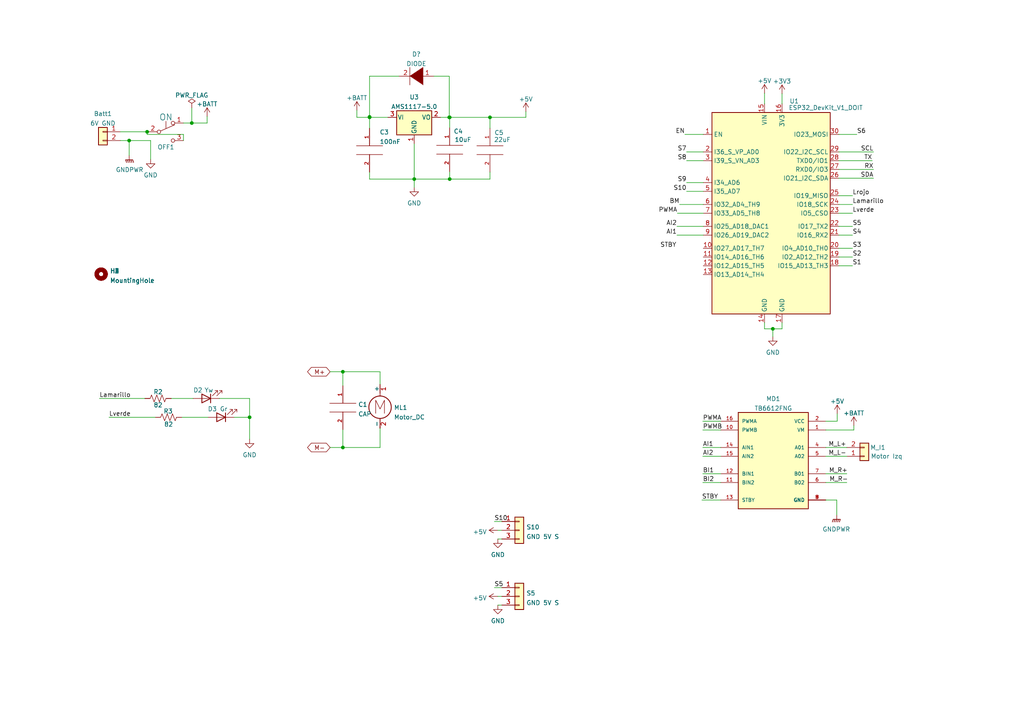
<source format=kicad_sch>
(kicad_sch (version 20211123) (generator eeschema)
  (paper "A4")
  (title_block (title "Karakuri Through Hole") (date "2022-01-17") (rev "1") (company "Artil Robotics") (comment 1 "Marcelo Ortiz") (comment 2 "ESP32"))
  (lib_symbols
    (symbol "Connector_Generic:Conn_01x02" (pin_names (offset 1.016) hide)
      (property "Reference" "J" (at 0 2.54 0))
      (property "Value" "Conn_01x02" (at 0 -5.08 0))
      (symbol "Conn_01x02_1_1"
        (rectangle (start -1.27 -2.413) (end 0 -2.667) (stroke (width 0.1524)))
        (rectangle (start -1.27 0.127) (end 0 -0.127) (stroke (width 0.1524)))
        (rectangle (start -1.27 1.27) (end 1.27 -3.81) (stroke (width 0.254)) (fill (type background)))
        (pin passive line (at -5.08 0 0) (length 3.81) (name "Pin_1") (number "1"))
        (pin passive line (at -5.08 -2.54 0) (length 3.81) (name "Pin_2") (number "2"))
      )
    )
    (symbol "Connector_Generic:Conn_01x03" (pin_names (offset 1.016) hide)
      (property "Reference" "J" (at 0 5.08 0))
      (property "Value" "Conn_01x03" (at 0 -5.08 0))
      (symbol "Conn_01x03_1_1"
        (rectangle (start -1.27 -2.413) (end 0 -2.667) (stroke (width 0.1524)))
        (rectangle (start -1.27 0.127) (end 0 -0.127) (stroke (width 0.1524)))
        (rectangle (start -1.27 2.667) (end 0 2.413) (stroke (width 0.1524)))
        (rectangle (start -1.27 3.81) (end 1.27 -3.81) (stroke (width 0.254)) (fill (type background)))
        (pin passive line (at -5.08 2.54 0) (length 3.81) (name "Pin_1") (number "1"))
        (pin passive line (at -5.08 0 0) (length 3.81) (name "Pin_2") (number "2"))
        (pin passive line (at -5.08 -2.54 0) (length 3.81) (name "Pin_3") (number "3"))
      )
    )
    (symbol "Device:LED" (pin_numbers hide) (pin_names (offset 1.016) hide)
      (property "Reference" "D" (at 0 2.54 0))
      (property "Value" "LED" (at 0 -2.54 0))
      (symbol "LED_0_1"
        (polyline (pts (xy -1.27 -1.27) (xy -1.27 1.27)) (stroke (width 0.254)))
        (polyline (pts (xy -1.27 0) (xy 1.27 0)))
        (polyline (pts (xy 1.27 -1.27) (xy 1.27 1.27) (xy -1.27 0) (xy 1.27 -1.27)) (stroke (width 0.254)))
        (polyline (pts (xy -3.048 -0.762) (xy -4.572 -2.286) (xy -3.81 -2.286) (xy -4.572 -2.286) (xy -4.572 -1.524)))
        (polyline (pts (xy -1.778 -0.762) (xy -3.302 -2.286) (xy -2.54 -2.286) (xy -3.302 -2.286) (xy -3.302 -1.524)))
      )
      (symbol "LED_1_1"
        (pin passive line (at -3.81 0 0) (length 2.54) (name "K") (number "1"))
        (pin passive line (at 3.81 0 180) (length 2.54) (name "A") (number "2"))
      )
    )
    (symbol "Device:R_US" (pin_numbers hide) (pin_names (offset 0))
      (property "Reference" "R" (at 2.54 0 90))
      (property "Value" "R_US" (at -2.54 0 90))
      (symbol "R_US_0_1"
        (polyline (pts (xy 0 -2.286) (xy 0 -2.54)))
        (polyline (pts (xy 0 2.286) (xy 0 2.54)))
        (polyline (pts (xy 0 -0.762) (xy 1.016 -1.143) (xy 0 -1.524) (xy -1.016 -1.905) (xy 0 -2.286)))
        (polyline (pts (xy 0 0.762) (xy 1.016 0.381) (xy 0 0) (xy -1.016 -0.381) (xy 0 -0.762)))
        (polyline (pts (xy 0 2.286) (xy 1.016 1.905) (xy 0 1.524) (xy -1.016 1.143) (xy 0 0.762)))
      )
      (symbol "R_US_1_1"
        (pin passive line (at 0 3.81 270) (length 1.27) (name "~") (number "1"))
        (pin passive line (at 0 -3.81 90) (length 1.27) (name "~") (number "2"))
      )
    )
    (symbol "Mechanical:MountingHole" (pin_names (offset 1.016))
      (property "Reference" "H" (at 0 5.08 0))
      (property "Value" "MountingHole" (at 0 3.175 0))
      (symbol "MountingHole_0_1"
        (circle (center 0 0) (radius 1.27) (stroke (width 1.27)))
      )
    )
    (symbol "Motor:Motor_DC" (pin_names (offset 0))
      (property "Reference" "M" (at 2.54 2.54 0))
      (property "Value" "Motor_DC" (at 2.54 -5.08 0))
      (symbol "Motor_DC_0_0"
        (polyline (pts (xy -1.27 -3.302) (xy -1.27 0.508) (xy 0 -2.032) (xy 1.27 0.508) (xy 1.27 -3.302)))
      )
      (symbol "Motor_DC_0_1"
        (circle (center 0 -1.524) (radius 3.2512) (stroke (width 0.254)))
        (polyline (pts (xy 0 -7.62) (xy 0 -7.112)))
        (polyline (pts (xy 0 -4.7752) (xy 0 -5.1816)))
        (polyline (pts (xy 0 1.7272) (xy 0 2.0828)))
        (polyline (pts (xy 0 2.032) (xy 0 2.54)))
      )
      (symbol "Motor_DC_1_1"
        (pin passive line (at 0 5.08 270) (length 2.54) (name "+") (number "1"))
        (pin passive line (at 0 -7.62 90) (length 2.54) (name "-") (number "2"))
      )
    )
    (symbol "Regulator_Linear:AMS1117-5.0" (pin_names (offset 0.254))
      (property "Reference" "U" (at -3.81 3.175 0))
      (property "Value" "AMS1117-5.0" (at 0 3.175 0))
      (symbol "AMS1117-5.0_0_1"
        (rectangle (start -5.08 -5.08) (end 5.08 1.905) (stroke (width 0.254)) (fill (type background)))
      )
      (symbol "AMS1117-5.0_1_1"
        (pin power_in line (at 0 -7.62 90) (length 2.54) (name "GND") (number "1"))
        (pin power_out line (at 7.62 0 180) (length 2.54) (name "VO") (number "2"))
        (pin power_in line (at -7.62 0 0) (length 2.54) (name "VI") (number "3"))
      )
    )
    (symbol "Switch:SW_Push_SPDT" (pin_names (offset 0) hide)
      (property "Reference" "SW" (at 0 4.318 0))
      (property "Value" "SW_Push_SPDT" (at 0 -5.08 0))
      (symbol "SW_Push_SPDT_0_0"
        (circle (center -2.032 0) (radius 0.508))
        (polyline (pts (xy 0 1.016) (xy 0 3.048)))
        (circle (center 2.032 -2.54) (radius 0.508))
      )
      (symbol "SW_Push_SPDT_0_1"
        (polyline (pts (xy -1.524 0.254) (xy 2.54 2.032)))
        (circle (center 2.032 2.54) (radius 0.508))
      )
      (symbol "SW_Push_SPDT_1_1"
        (pin passive line (at 5.08 2.54 180) (length 2.54) (name "A") (number "1"))
        (pin passive line (at -5.08 0 0) (length 2.54) (name "B") (number "2"))
        (pin passive line (at 5.08 -2.54 180) (length 2.54) (name "C") (number "3"))
      )
    )
    (symbol "TB6612FNG Motor:TB6612FNG" (pin_names (offset 1.016))
      (property "Reference" "U?" (at 0 19.2065 0))
      (property "Value" "TB6612FNG" (at 0 16.4314 0))
      (symbol "TB6612FNG_0_0"
        (rectangle (start -10.16 -12.7) (end 10.16 15.24) (stroke (width 0.254)) (fill (type background)))
        (pin power_in line (at 15.24 10.16 180) (length 5.08) (name "VM") (number "1"))
        (pin input line (at -15.24 10.16 0) (length 5.08) (name "PWMB") (number "10"))
        (pin input line (at -15.24 -5.08 0) (length 5.08) (name "BIN2") (number "11"))
        (pin input line (at -15.24 -2.54 0) (length 5.08) (name "BIN1") (number "12"))
        (pin input line (at -15.24 -10.16 0) (length 5.08) (name "STBY") (number "13"))
        (pin input line (at -15.24 5.08 0) (length 5.08) (name "AIN1") (number "14"))
        (pin input line (at -15.24 2.54 0) (length 5.08) (name "AIN2") (number "15"))
        (pin input line (at -15.24 12.7 0) (length 5.08) (name "PWMA") (number "16"))
        (pin power_in line (at 15.24 12.7 180) (length 5.08) (name "VCC") (number "2"))
        (pin power_in line (at 15.24 -10.16 180) (length 5.08) (name "GND") (number "3"))
        (pin output line (at 15.24 5.08 180) (length 5.08) (name "A01") (number "4"))
        (pin output line (at 15.24 2.54 180) (length 5.08) (name "A02") (number "5"))
        (pin output line (at 15.24 -5.08 180) (length 5.08) (name "B02") (number "6"))
        (pin output line (at 15.24 -2.54 180) (length 5.08) (name "B01") (number "7"))
        (pin power_in line (at 15.24 -10.16 180) (length 5.08) (name "GND") (number "8"))
        (pin power_in line (at 15.24 -10.16 180) (length 5.08) (name "GND") (number "9"))
      )
    )
    (symbol "esp32_devkit_v1_doit:ESP32_DevKit_V1_DOIT"
      (property "Reference" "U" (at -11.43 31.75 0))
      (property "Value" "ESP32_DevKit_V1_DOIT" (at 0 -21.59 0))
      (symbol "ESP32_DevKit_V1_DOIT_1_1"
        (rectangle (start -17.78 30.48) (end 16.51 -27.94) (stroke (width 0.254)) (fill (type background)))
        (pin input line (at -20.32 24.13 0) (length 2.54) (name "EN") (number "1"))
        (pin bidirectional line (at -20.32 -8.89 0) (length 2.54) (name "IO27_AD17_TH7") (number "10"))
        (pin bidirectional line (at -20.32 -11.43 0) (length 2.54) (name "IO14_AD16_TH6") (number "11"))
        (pin bidirectional line (at -20.32 -13.97 0) (length 2.54) (name "IO12_AD15_TH5") (number "12"))
        (pin bidirectional line (at -20.32 -16.51 0) (length 2.54) (name "IO13_AD14_TH4") (number "13"))
        (pin power_in line (at -2.54 -30.48 90) (length 2.54) (name "GND") (number "14"))
        (pin power_in line (at -2.54 33.02 270) (length 2.54) (name "VIN") (number "15"))
        (pin power_in line (at 2.54 33.02 270) (length 2.54) (name "3V3") (number "16"))
        (pin power_in line (at 2.54 -30.48 90) (length 2.54) (name "GND") (number "17"))
        (pin bidirectional line (at 19.05 -13.97 180) (length 2.54) (name "IO15_AD13_TH3") (number "18"))
        (pin bidirectional line (at 19.05 -11.43 180) (length 2.54) (name "IO2_AD12_TH2") (number "19"))
        (pin input line (at -20.32 19.05 0) (length 2.54) (name "I36_S_VP_AD0") (number "2"))
        (pin bidirectional line (at 19.05 -8.89 180) (length 2.54) (name "IO4_AD10_TH0") (number "20"))
        (pin bidirectional line (at 19.05 -5.08 180) (length 2.54) (name "IO16_RX2") (number "21"))
        (pin bidirectional line (at 19.05 -2.54 180) (length 2.54) (name "IO17_TX2") (number "22"))
        (pin bidirectional line (at 19.05 1.27 180) (length 2.54) (name "IO5_CSO") (number "23"))
        (pin bidirectional line (at 19.05 3.81 180) (length 2.54) (name "IO18_SCK") (number "24"))
        (pin bidirectional line (at 19.05 6.35 180) (length 2.54) (name "IO19_MISO") (number "25"))
        (pin bidirectional line (at 19.05 11.43 180) (length 2.54) (name "IO21_I2C_SDA") (number "26"))
        (pin bidirectional line (at 19.05 13.97 180) (length 2.54) (name "RXD0/IO3") (number "27"))
        (pin bidirectional line (at 19.05 16.51 180) (length 2.54) (name "TXD0/IO1") (number "28"))
        (pin bidirectional line (at 19.05 19.05 180) (length 2.54) (name "IO22_I2C_SCL") (number "29"))
        (pin input line (at -20.32 16.51 0) (length 2.54) (name "I39_S_VN_AD3") (number "3"))
        (pin bidirectional line (at 19.05 24.13 180) (length 2.54) (name "IO23_MOSI") (number "30"))
        (pin input line (at -20.32 10.16 0) (length 2.54) (name "I34_AD6") (number "4"))
        (pin input line (at -20.32 7.62 0) (length 2.54) (name "I35_AD7") (number "5"))
        (pin bidirectional line (at -20.32 3.81 0) (length 2.54) (name "IO32_AD4_TH9") (number "6"))
        (pin bidirectional line (at -20.32 1.27 0) (length 2.54) (name "IO33_AD5_TH8") (number "7"))
        (pin bidirectional line (at -20.32 -2.54 0) (length 2.54) (name "IO25_AD18_DAC1") (number "8"))
        (pin bidirectional line (at -20.32 -5.08 0) (length 2.54) (name "IO26_AD19_DAC2") (number "9"))
      )
    )
    (symbol "power:+3.3V" (power) (pin_names (offset 0))
      (property "Value" "+3.3V" (at 0 3.556 0))
      (symbol "+3.3V_0_1"
        (polyline (pts (xy -0.762 1.27) (xy 0 2.54)))
        (polyline (pts (xy 0 0) (xy 0 2.54)))
        (polyline (pts (xy 0 2.54) (xy 0.762 1.27)))
      )
      (symbol "+3.3V_1_1"
        (pin power_in line (at 0 0 90) (length 0) hide (name "+3V3") (number "1"))
      )
    )
    (symbol "power:+5V" (power) (pin_names (offset 0))
      (property "Value" "+5V" (at 0 3.556 0))
      (symbol "+5V_0_1"
        (polyline (pts (xy -0.762 1.27) (xy 0 2.54)))
        (polyline (pts (xy 0 0) (xy 0 2.54)))
        (polyline (pts (xy 0 2.54) (xy 0.762 1.27)))
      )
      (symbol "+5V_1_1"
        (pin power_in line (at 0 0 90) (length 0) hide (name "+5V") (number "1"))
      )
    )
    (symbol "power:+BATT" (power) (pin_names (offset 0))
      (property "Value" "+BATT" (at 0 3.556 0))
      (symbol "+BATT_0_1"
        (polyline (pts (xy -0.762 1.27) (xy 0 2.54)))
        (polyline (pts (xy 0 0) (xy 0 2.54)))
        (polyline (pts (xy 0 2.54) (xy 0.762 1.27)))
      )
      (symbol "+BATT_1_1"
        (pin power_in line (at 0 0 90) (length 0) hide (name "+BATT") (number "1"))
      )
    )
    (symbol "power:GND" (power) (pin_names (offset 0))
      (property "Value" "GND" (at 0 -3.81 0))
      (symbol "GND_0_1"
        (polyline (pts (xy 0 0) (xy 0 -1.27) (xy 1.27 -1.27) (xy 0 -2.54) (xy -1.27 -1.27) (xy 0 -1.27)))
      )
      (symbol "GND_1_1"
        (pin power_in line (at 0 0 270) (length 0) hide (name "GND") (number "1"))
      )
    )
    (symbol "power:GNDPWR" (power) (pin_names (offset 0))
      (property "Value" "GNDPWR" (at 0 -3.302 0))
      (symbol "GNDPWR_0_1"
        (polyline (pts (xy 0 -1.27) (xy 0 0)))
        (polyline (pts (xy -1.016 -1.27) (xy -1.27 -2.032) (xy -1.27 -2.032)) (stroke (width 0.2032)))
        (polyline (pts (xy -0.508 -1.27) (xy -0.762 -2.032) (xy -0.762 -2.032)) (stroke (width 0.2032)))
        (polyline (pts (xy 0 -1.27) (xy -0.254 -2.032) (xy -0.254 -2.032)) (stroke (width 0.2032)))
        (polyline (pts (xy 0.508 -1.27) (xy 0.254 -2.032) (xy 0.254 -2.032)) (stroke (width 0.2032)))
        (polyline (pts (xy 1.016 -1.27) (xy -1.016 -1.27) (xy -1.016 -1.27)) (stroke (width 0.2032)))
        (polyline (pts (xy 1.016 -1.27) (xy 0.762 -2.032) (xy 0.762 -2.032) (xy 0.762 -2.032)) (stroke (width 0.2032)))
      )
      (symbol "GNDPWR_1_1"
        (pin power_in line (at 0 0 270) (length 0) hide (name "GNDPWR") (number "1"))
      )
    )
    (symbol "power:PWR_FLAG" (power) (pin_numbers hide) (pin_names (offset 0) hide)
      (property "Value" "PWR_FLAG" (at 0 3.81 0))
      (symbol "PWR_FLAG_0_0"
        (pin power_out line (at 0 0 90) (length 0) (name "pwr") (number "1"))
      )
      (symbol "PWR_FLAG_0_1"
        (polyline (pts (xy 0 0) (xy 0 1.27) (xy -1.016 1.905) (xy 0 2.54) (xy 1.016 1.905) (xy 0 1.27)))
      )
    )
    (symbol "pspice:CAP" (pin_names (offset 0.254))
      (property "Reference" "C" (at 2.54 3.81 90))
      (property "Value" "CAP" (at 2.54 -3.81 90))
      (symbol "CAP_0_1"
        (polyline (pts (xy -3.81 -1.27) (xy 3.81 -1.27)))
        (polyline (pts (xy -3.81 1.27) (xy 3.81 1.27)))
      )
      (symbol "CAP_1_1"
        (pin passive line (at 0 6.35 270) (length 5.08) (name "~") (number "1"))
        (pin passive line (at 0 -6.35 90) (length 5.08) (name "~") (number "2"))
      )
    )
    (symbol "pspice:DIODE" (pin_names (offset 1.016) hide)
      (property "Reference" "D" (at 0 3.81 0))
      (property "Value" "DIODE" (at 0 -4.445 0))
      (symbol "DIODE_0_1"
        (polyline (pts (xy 1.905 2.54) (xy 1.905 -2.54)))
        (polyline (pts (xy -1.905 2.54) (xy -1.905 -2.54) (xy 1.905 0)) (fill (type outline)))
      )
      (symbol "DIODE_1_1"
        (pin input line (at -5.08 0 0) (length 3.81) (name "K") (number "1"))
        (pin input line (at 5.08 0 180) (length 3.81) (name "A") (number "2"))
      )
    )
  )
  (junction (at 130.429 34.036))
  (junction (at 99.441 107.823))
  (junction (at 72.39 121.031))
  (junction (at 99.441 129.794))
  (junction (at 130.429 51.943))
  (junction (at 42.672 38.227))
  (junction (at 224.155 95.377))
  (junction (at 107.188 34.036))
  (junction (at 130.302 34.036))
  (junction (at 37.465 40.767))
  (junction (at 107.188 33.909))
  (junction (at 142.113 34.036))
  (junction (at 55.626 35.687))
  (junction (at 120.142 51.943))
  (wire (pts (xy 53.213 40.767) (xy 53.213 38.989)))
  (wire (pts (xy 239.522 129.794) (xy 245.618 129.794)))
  (wire (pts (xy 49.657 115.57) (xy 56.007 115.57)))
  (wire (pts (xy 196.342 68.199) (xy 203.962 68.199)))
  (wire (pts (xy 99.441 107.823) (xy 99.441 111.887)))
  (wire (pts (xy 239.522 124.714) (xy 247.65 124.714)))
  (wire (pts (xy 52.705 121.031) (xy 60.325 121.031)))
  (wire (pts (xy 115.697 22.098) (xy 107.188 22.098)))
  (wire (pts (xy 67.945 121.031) (xy 72.39 121.031)))
  (wire (pts (xy 196.342 65.659) (xy 203.962 65.659)))
  (wire (pts (xy 110.236 124.206) (xy 110.236 129.794)))
  (wire (pts (xy 196.469 61.849) (xy 203.962 61.849)))
  (wire (pts (xy 247.269 72.009) (xy 243.332 72.009)))
  (wire (pts (xy 99.441 124.587) (xy 99.441 129.794)))
  (wire (pts (xy 130.429 34.036) (xy 142.113 34.036)))
  (wire (pts (xy 53.213 38.989) (xy 42.672 38.989)))
  (wire (pts (xy 199.136 52.959) (xy 203.962 52.959)))
  (wire (pts (xy 203.835 132.334) (xy 209.042 132.334)))
  (wire (pts (xy 243.332 44.069) (xy 253.365 44.069)))
  (wire (pts (xy 247.269 65.659) (xy 243.332 65.659)))
  (wire (pts (xy 253.365 51.689) (xy 243.332 51.689)))
  (wire (pts (xy 226.822 27.178) (xy 226.822 30.099)))
  (wire (pts (xy 144.399 153.797) (xy 145.542 153.797)))
  (wire (pts (xy 42.672 38.227) (xy 43.053 38.227)))
  (wire (pts (xy 42.672 38.227) (xy 42.672 38.989)))
  (wire (pts (xy 247.269 74.549) (xy 243.332 74.549)))
  (wire (pts (xy 144.399 156.337) (xy 145.542 156.337)))
  (wire (pts (xy 247.269 68.199) (xy 243.332 68.199)))
  (wire (pts (xy 107.188 51.943) (xy 107.188 49.911)))
  (wire (pts (xy 142.113 49.911) (xy 142.113 51.943)))
  (wire (pts (xy 34.925 38.227) (xy 42.672 38.227)))
  (wire (pts (xy 107.188 34.036) (xy 107.188 37.211)))
  (wire (pts (xy 144.399 172.974) (xy 145.542 172.974)))
  (wire (pts (xy 120.142 51.943) (xy 130.429 51.943)))
  (wire (pts (xy 63.627 115.57) (xy 72.39 115.57)))
  (wire (pts (xy 28.829 115.57) (xy 42.037 115.57)))
  (wire (pts (xy 130.302 22.098) (xy 130.302 34.036)))
  (wire (pts (xy 142.113 34.036) (xy 142.113 37.211)))
  (wire (pts (xy 72.39 121.031) (xy 72.39 127.381)))
  (wire (pts (xy 203.835 124.714) (xy 209.042 124.714)))
  (wire (pts (xy 239.522 122.174) (xy 242.824 122.174)))
  (wire (pts (xy 103.505 32.004) (xy 103.505 34.036)))
  (wire (pts (xy 127.762 34.036) (xy 130.302 34.036)))
  (wire (pts (xy 247.269 61.849) (xy 243.332 61.849)))
  (wire (pts (xy 99.441 129.794) (xy 95.758 129.794)))
  (wire (pts (xy 224.155 95.377) (xy 226.822 95.377)))
  (wire (pts (xy 37.465 40.767) (xy 34.925 40.767)))
  (wire (pts (xy 142.113 51.943) (xy 130.429 51.943)))
  (wire (pts (xy 130.429 49.784) (xy 130.429 51.943)))
  (wire (pts (xy 203.835 139.954) (xy 209.042 139.954)))
  (wire (pts (xy 110.236 107.823) (xy 110.236 111.506)))
  (wire (pts (xy 72.39 115.57) (xy 72.39 121.031)))
  (wire (pts (xy 95.758 107.823) (xy 99.441 107.823)))
  (wire (pts (xy 43.688 40.767) (xy 43.688 46.228)))
  (wire (pts (xy 199.136 44.069) (xy 203.962 44.069)))
  (wire (pts (xy 239.522 132.334) (xy 245.618 132.334)))
  (wire (pts (xy 197.104 59.309) (xy 203.962 59.309)))
  (wire (pts (xy 203.835 137.414) (xy 209.042 137.414)))
  (wire (pts (xy 99.441 107.823) (xy 110.236 107.823)))
  (wire (pts (xy 198.628 38.989) (xy 203.962 38.989)))
  (wire (pts (xy 107.188 51.943) (xy 120.142 51.943)))
  (wire (pts (xy 247.269 59.309) (xy 243.332 59.309)))
  (wire (pts (xy 242.697 145.034) (xy 242.697 149.352)))
  (wire (pts (xy 143.383 170.434) (xy 145.542 170.434)))
  (wire (pts (xy 110.236 129.794) (xy 99.441 129.794)))
  (wire (pts (xy 226.822 93.599) (xy 226.822 95.377)))
  (wire (pts (xy 239.522 145.034) (xy 242.697 145.034)))
  (wire (pts (xy 239.522 139.954) (xy 245.618 139.954)))
  (wire (pts (xy 37.465 40.767) (xy 37.465 45.085)))
  (wire (pts (xy 144.399 175.514) (xy 145.542 175.514)))
  (wire (pts (xy 243.332 49.149) (xy 253.365 49.149)))
  (wire (pts (xy 248.539 38.989) (xy 243.332 38.989)))
  (wire (pts (xy 103.505 34.036) (xy 107.188 34.036)))
  (wire (pts (xy 130.302 34.036) (xy 130.429 34.036)))
  (wire (pts (xy 203.835 129.794) (xy 209.042 129.794)))
  (wire (pts (xy 107.188 34.036) (xy 112.522 34.036)))
  (wire (pts (xy 247.269 77.089) (xy 243.332 77.089)))
  (wire (pts (xy 242.824 122.174) (xy 242.824 120.015)))
  (wire (pts (xy 120.142 51.943) (xy 120.142 54.356)))
  (wire (pts (xy 120.142 41.656) (xy 120.142 51.943)))
  (wire (pts (xy 55.626 35.687) (xy 53.213 35.687)))
  (wire (pts (xy 199.136 55.499) (xy 203.962 55.499)))
  (wire (pts (xy 130.429 34.036) (xy 130.429 37.084)))
  (wire (pts (xy 43.688 40.767) (xy 37.465 40.767)))
  (wire (pts (xy 152.527 34.036) (xy 152.527 32.385)))
  (wire (pts (xy 224.155 95.377) (xy 224.155 97.663)))
  (wire (pts (xy 60.071 35.687) (xy 55.626 35.687)))
  (wire (pts (xy 221.742 27.051) (xy 221.742 30.099)))
  (wire (pts (xy 221.742 95.377) (xy 224.155 95.377)))
  (wire (pts (xy 55.626 31.242) (xy 55.626 35.687)))
  (wire (pts (xy 239.522 137.414) (xy 245.618 137.414)))
  (wire (pts (xy 247.269 56.769) (xy 243.332 56.769)))
  (wire (pts (xy 143.383 151.257) (xy 145.542 151.257)))
  (wire (pts (xy 125.857 22.098) (xy 130.302 22.098)))
  (wire (pts (xy 203.835 122.174) (xy 209.042 122.174)))
  (wire (pts (xy 247.65 124.714) (xy 247.65 123.444)))
  (wire (pts (xy 221.742 93.599) (xy 221.742 95.377)))
  (wire (pts (xy 203.581 145.034) (xy 209.042 145.034)))
  (wire (pts (xy 31.623 121.031) (xy 45.085 121.031)))
  (wire (pts (xy 107.188 22.098) (xy 107.188 33.909)))
  (wire (pts (xy 142.113 34.036) (xy 152.527 34.036)))
  (wire (pts (xy 60.071 33.782) (xy 60.071 35.687)))
  (wire (pts (xy 199.136 46.609) (xy 203.962 46.609)))
  (wire (pts (xy 243.332 46.609) (xy 252.984 46.609)))
  (image (at 260.35 173.609) (scale 0.347752))
  (label "M_L+" (at 240.284 129.794 0))
  (label "Lverde" (at 31.623 121.031 0))
  (label "S2" (at 247.269 74.549 0))
  (label "S3" (at 247.269 72.009 0))
  (label "PWMB" (at 203.835 124.714 0))
  (label "S10" (at 199.136 55.499 180))
  (label "PWMA" (at 196.469 61.849 180))
  (label "S7" (at 199.136 44.069 180))
  (label "S4" (at 247.269 68.199 0))
  (label "SDA" (at 253.365 51.689 180))
  (label "S6" (at 248.539 38.989 0))
  (label "AI1" (at 203.835 129.794 0))
  (label "AI2" (at 203.835 132.334 0))
  (label "STBY" (at 196.215 72.009 180))
  (label "PWMA" (at 203.835 122.174 0))
  (label "Lamarillo" (at 28.829 115.57 0))
  (label "S9" (at 199.136 52.959 180))
  (label "AI2" (at 196.342 65.659 180))
  (label "S5" (at 247.269 65.659 0))
  (label "S10" (at 143.383 151.257 0))
  (label "S1" (at 247.269 77.089 0))
  (label "AI1" (at 196.342 68.199 180))
  (label "S5" (at 143.383 170.434 0))
  (label "BI1" (at 203.835 137.414 0))
  (label "Lamarillo" (at 247.269 59.309 0))
  (label "M_R-" (at 240.538 139.954 0))
  (label "SCL" (at 253.365 44.069 180))
  (label "TX" (at 252.984 46.609 180))
  (label "RX" (at 253.365 49.149 180))
  (label "Lrojo" (at 247.269 56.769 0))
  (label "BM" (at 197.104 59.309 180))
  (label "BI2" (at 203.835 139.954 0))
  (label "S8" (at 199.136 46.609 180))
  (label "M_R+" (at 240.411 137.414 0))
  (label "EN" (at 198.628 38.989 180))
  (label "M_L-" (at 240.284 132.334 0))
  (label "Lverde" (at 247.269 61.849 0))
  (label "STBY" (at 203.581 145.034 0))
  (global_label "M+" (shape bidirectional) (at 95.758 107.823 180) (property "Intersheet References" "${INTERSHEET_REFS}" (effects hide)))
  (global_label "M-" (shape bidirectional) (at 95.758 129.794 180) (property "Intersheet References" "${INTERSHEET_REFS}" (effects hide)))
  (symbol (lib_id "Mechanical:MountingHole") (at 29.337 79.502 0) (unit 1)
    (property "Reference" "H3" (at 31.877 78.5935 0) (effects (justify left)))
    (property "Value" "MountingHole" (at 31.877 81.3686 0) (effects (justify left)))
    (property "Footprint" "MountingHole:MountingHole_3.2mm_M3_ISO7380_Pad" (effects hide))
  )
  (symbol (lib_id "power:+BATT") (at 103.505 32.004 0) (mirror y) (unit 1)
    (property "Reference" "#PWR0111" (effects hide))
    (property "Value" "+BATT" (at 103.505 28.3995 0))
  )
  (symbol (lib_id "power:GND") (at 120.142 54.356 0) (unit 1)
    (property "Reference" "#PWR0110" (effects hide))
    (property "Value" "GND" (at 120.142 58.9185 0))
  )
  (symbol (lib_id "pspice:CAP") (at 142.113 43.561 0) (unit 1)
    (property "Reference" "C5" (at 143.383 38.481 0) (effects (justify left)))
    (property "Value" "22uF" (at 143.256 40.513 0) (effects (justify left)))
    (property "Footprint" "Capacitor_SMD:C_0805_2012Metric_Pad1.18x1.45mm_HandSolder" (effects hide))
  )
  (symbol (lib_id "power:+BATT") (at 60.071 33.782 0) (mirror y) (unit 1)
    (property "Reference" "#PWR01" (effects hide))
    (property "Value" "+BATT" (at 60.071 30.1775 0))
  )
  (symbol (lib_id "power:+3.3V") (at 226.822 27.178 0) (unit 1)
    (property "Reference" "#PWR0108" (effects hide))
    (property "Value" "+3.3V" (at 226.822 23.5735 0))
  )
  (symbol (lib_id "Connector_Generic:Conn_01x02") (at 250.698 132.334 0) (mirror x) (unit 1)
    (property "Reference" "M_I1" (at 254.635 129.794 0))
    (property "Value" "Motor Izq" (at 257.175 132.334 0))
    (property "Footprint" "Connector_JST:JST_PH_B2B-PH-K_1x02_P2.00mm_Vertical" (effects hide))
  )
  (symbol (lib_id "power:GND") (at 43.688 46.228 0) (unit 1)
    (property "Reference" "#PWR0106" (effects hide))
    (property "Value" "GND" (at 43.688 50.7905 0))
  )
  (symbol (lib_id "Connector_Generic:Conn_01x03") (at 150.622 172.974 0) (unit 1)
    (property "Reference" "S5" (at 152.654 172.0655 0) (effects (justify left)))
    (property "Value" "GND 5V S" (at 152.654 174.8406 0) (effects (justify left)))
    (property "Footprint" "Connector_PinHeader_2.54mm:PinHeader_1x03_P2.54mm_Vertical" (effects hide))
  )
  (symbol (lib_id "Switch:SW_Push_SPDT") (at 48.133 38.227 0) (unit 1)
    (property "Reference" "OFF1" (at 48.133 42.672 0))
    (property "Value" "ON" (at 48.133 33.9936 0) (effects (font (size 1.778 1.778))))
    (property "Footprint" "Button_Switch_THT:SW_Slide_1P2T_CK_OS102011MS2Q" (effects hide))
  )
  (symbol (lib_id "pspice:CAP") (at 130.429 43.434 0) (unit 1)
    (property "Reference" "C4" (at 131.572 38.1 0) (effects (justify left)))
    (property "Value" "10uF" (at 131.826 40.513 0) (effects (justify left)))
    (property "Footprint" "Capacitor_SMD:C_0805_2012Metric_Pad1.18x1.45mm_HandSolder" (effects hide))
  )
  (symbol (lib_id "esp32_devkit_v1_doit:ESP32_DevKit_V1_DOIT") (at 224.282 63.119 0) (unit 1)
    (property "Reference" "U1" (at 228.981 29.337 0) (effects (justify left)))
    (property "Value" "ESP32_DevKit_V1_DOIT" (at 228.727 31.242 0) (effects (justify left)))
    (property "Footprint" "esp32_devkit_v1_doit:esp32_devkit_v1_doit" (effects hide))
    (property "Datasheet" "https://aliexpress.com/item/32864722159.html" (effects hide))
  )
  (symbol (lib_id "power:GND") (at 72.39 127.381 0) (unit 1)
    (property "Reference" "#PWR0107" (effects hide))
    (property "Value" "GND" (at 72.39 131.9435 0))
  )
  (symbol (lib_id "power:GND") (at 144.399 175.514 0) (unit 1)
    (property "Reference" "#PWR019" (effects hide))
    (property "Value" "GND" (at 144.399 180.0765 0))
  )
  (symbol (lib_id "Device:R_US") (at 45.847 115.57 90) (unit 1)
    (property "Reference" "R2" (at 45.847 113.665 90))
    (property "Value" "82" (at 45.847 117.475 90))
    (property "Footprint" "Resistor_THT:R_Axial_DIN0207_L6.3mm_D2.5mm_P10.16mm_Horizontal" (effects hide))
  )
  (symbol (lib_id "Mechanical:MountingHole") (at 29.337 79.502 0) (unit 1)
    (property "Reference" "H4" (at 31.877 78.5935 0) (effects (justify left)))
    (property "Value" "MountingHole" (at 31.877 81.3686 0) (effects (justify left)))
    (property "Footprint" "MountingHole:MountingHole_3.2mm_M3_ISO7380_Pad" (effects hide))
  )
  (symbol (lib_id "power:+5V") (at 152.527 32.385 0) (unit 1)
    (property "Reference" "#PWR0109" (effects hide))
    (property "Value" "+5V" (at 152.527 28.7805 0))
  )
  (symbol (lib_id "Connector_Generic:Conn_01x03") (at 150.622 153.797 0) (unit 1)
    (property "Reference" "S10" (at 152.654 152.8885 0) (effects (justify left)))
    (property "Value" "GND 5V S" (at 152.654 155.6636 0) (effects (justify left)))
    (property "Footprint" "Connector_PinHeader_2.54mm:PinHeader_1x03_P2.54mm_Vertical" (effects hide))
  )
  (symbol (lib_id "pspice:CAP") (at 107.188 43.561 0) (unit 1)
    (property "Reference" "C3" (at 110.109 38.3345 0) (effects (justify left)))
    (property "Value" "100nF" (at 110.109 41.1096 0) (effects (justify left)))
    (property "Footprint" "Capacitor_SMD:C_0805_2012Metric_Pad1.18x1.45mm_HandSolder" (effects hide))
  )
  (symbol (lib_id "pspice:CAP") (at 99.441 118.237 0) (unit 1)
    (property "Reference" "C1" (at 103.886 117.3285 0) (effects (justify left)))
    (property "Value" "CAP" (at 103.886 120.1036 0) (effects (justify left)))
    (property "Footprint" "Capacitor_THT:C_Disc_D3.0mm_W2.0mm_P2.50mm" (effects hide))
  )
  (symbol (lib_id "power:+5V") (at 144.399 172.974 90) (unit 1)
    (property "Reference" "#PWR014" (effects hide))
    (property "Value" "+5V" (at 141.2241 173.453 90) (effects (justify left)))
  )
  (symbol (lib_id "power:GNDPWR") (at 242.697 149.352 0) (unit 1)
    (property "Reference" "#PWR0105" (effects hide))
    (property "Value" "GNDPWR" (at 242.57 153.5081 0))
  )
  (symbol (lib_id "Mechanical:MountingHole") (at 29.337 79.502 0) (unit 1)
    (property "Reference" "H1" (at 31.877 78.5935 0) (effects (justify left)))
    (property "Value" "MountingHole" (at 31.877 81.3686 0) (effects (justify left)))
    (property "Footprint" "MountingHole:MountingHole_3.2mm_M3_ISO7380_Pad" (effects hide))
  )
  (symbol (lib_id "power:GND") (at 224.155 97.663 0) (unit 1)
    (property "Reference" "#PWR0102" (effects hide))
    (property "Value" "GND" (at 224.155 102.2255 0))
  )
  (symbol (lib_id "power:GNDPWR") (at 37.465 45.085 0) (mirror y) (unit 1)
    (property "Reference" "#PWR02" (effects hide))
    (property "Value" "GNDPWR" (at 37.592 49.2411 0))
  )
  (symbol (lib_id "power:+BATT") (at 247.65 123.444 0) (unit 1)
    (property "Reference" "#PWR0103" (effects hide))
    (property "Value" "+BATT" (at 247.65 119.8395 0))
  )
  (symbol (lib_id "Device:LED") (at 59.817 115.57 180) (unit 1)
    (property "Reference" "D2" (at 57.404 113.157 0))
    (property "Value" "Yw" (at 60.579 113.157 0))
    (property "Footprint" "LED_THT:LED_D5.0mm" (effects hide))
  )
  (symbol (lib_id "power:PWR_FLAG") (at 55.626 31.242 0) (unit 1)
    (property "Reference" "#FLG0101" (effects hide))
    (property "Value" "PWR_FLAG" (at 55.626 27.6375 0))
  )
  (symbol (lib_id "Motor:Motor_DC") (at 110.236 116.586 0) (unit 1) (in_bom no) (on_board no)
    (property "Reference" "ML1" (at 114.2492 118.2175 0) (effects (justify left)))
    (property "Value" "Motor_DC" (at 114.2492 120.9926 0) (effects (justify left)))
    (property "Footprint" "NetTie:NetTie-2_SMD_Pad0.5mm" (effects hide))
  )
  (symbol (lib_id "TB6612FNG Motor:TB6612FNG") (at 224.282 134.874 0) (unit 1)
    (property "Reference" "MD1" (at 224.282 115.6675 0))
    (property "Value" "TB6612FNG" (at 224.282 118.4426 0))
    (property "Footprint" "TB6612FNG Motor:MODULE_TB6612FNG Motor" (effects hide))
    (property "MANUFACTURER" "Sparkfun Electronics" (effects hide))
    (property "STANDARD" "Manufacturer Recommendation" (effects hide))
    (property "PARTREV" "11-13-17" (effects hide))
  )
  (symbol (lib_id "Device:LED") (at 64.135 121.031 180) (unit 1)
    (property "Reference" "D3" (at 61.595 118.618 0))
    (property "Value" "Gr" (at 64.897 118.618 0))
    (property "Footprint" "LED_THT:LED_D5.0mm" (effects hide))
  )
  (symbol (lib_id "Mechanical:MountingHole") (at 29.337 79.502 0) (unit 1)
    (property "Reference" "H2" (at 31.877 78.5935 0) (effects (justify left)))
    (property "Value" "MountingHole" (at 31.877 81.3686 0) (effects (justify left)))
    (property "Footprint" "MountingHole:MountingHole_3.2mm_M3_ISO7380_Pad" (effects hide))
  )
  (symbol (lib_id "pspice:DIODE") (at 120.777 22.098 180) (unit 1)
    (property "Reference" "D?" (at 120.777 15.7185 0))
    (property "Value" "DIODE" (at 120.777 18.4936 0))
  )
  (symbol (lib_id "power:+5V") (at 144.399 153.797 90) (unit 1)
    (property "Reference" "#PWR04" (effects hide))
    (property "Value" "+5V" (at 141.2241 154.276 90) (effects (justify left)))
  )
  (symbol (lib_id "Connector_Generic:Conn_01x02") (at 29.845 38.227 0) (mirror y) (unit 1)
    (property "Reference" "Batt1" (at 29.845 32.9905 0))
    (property "Value" "6V GND" (at 29.845 35.7656 0))
    (property "Footprint" "Connector_JST:JST_PH_B2B-PH-K_1x02_P2.00mm_Vertical" (effects hide))
  )
  (symbol (lib_id "Regulator_Linear:AMS1117-5.0") (at 120.142 34.036 0) (unit 1)
    (property "Reference" "U3" (at 120.142 28.1645 0))
    (property "Value" "AMS1117-5.0" (at 120.142 30.9396 0))
    (property "Footprint" "Package_TO_SOT_SMD:SOT-223-3_TabPin2" (effects hide))
    (property "Datasheet" "http://www.advanced-monolithic.com/pdf/ds1117.pdf" (effects hide))
  )
  (symbol (lib_id "power:+5V") (at 242.824 120.015 0) (unit 1)
    (property "Reference" "#PWR0104" (effects hide))
    (property "Value" "+5V" (at 242.824 116.4105 0))
  )
  (symbol (lib_id "power:GND") (at 144.399 156.337 0) (unit 1)
    (property "Reference" "#PWR09" (effects hide))
    (property "Value" "GND" (at 144.399 160.8995 0))
  )
  (symbol (lib_id "Device:R_US") (at 48.895 121.031 90) (unit 1)
    (property "Reference" "R3" (at 48.768 119.253 90))
    (property "Value" "82" (at 48.895 123.063 90))
    (property "Footprint" "Resistor_THT:R_Axial_DIN0207_L6.3mm_D2.5mm_P10.16mm_Horizontal" (effects hide))
  )
  (symbol (lib_id "power:+5V") (at 221.742 27.051 0) (unit 1)
    (property "Reference" "#PWR0101" (effects hide))
    (property "Value" "+5V" (at 221.742 23.4465 0))
  )
)
</source>
